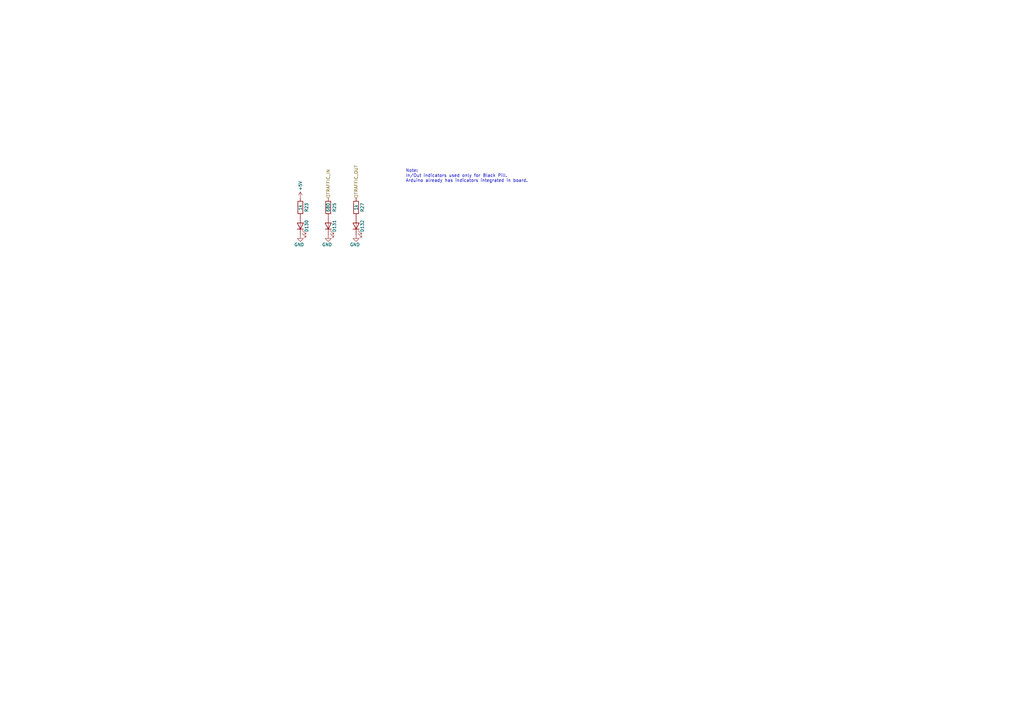
<source format=kicad_sch>
(kicad_sch (version 20211123) (generator eeschema)
  (paper "A3")
  (lib_symbols
    (symbol "Device:LED" (pin_numbers hide) (pin_names (offset 1.016) hide)
      (property "Reference" "D" (at 0 2.54 0))
      (property "Value" "LED" (at 0 -2.54 0))
      (symbol "LED_0_1"
        (polyline (pts (xy -1.27 -1.27) (xy -1.27 1.27)) (stroke (width 0.254)))
        (polyline (pts (xy -1.27 0) (xy 1.27 0)))
        (polyline (pts (xy 1.27 -1.27) (xy 1.27 1.27) (xy -1.27 0) (xy 1.27 -1.27)) (stroke (width 0.254)))
        (polyline (pts (xy -3.048 -0.762) (xy -4.572 -2.286) (xy -3.81 -2.286) (xy -4.572 -2.286) (xy -4.572 -1.524)))
        (polyline (pts (xy -1.778 -0.762) (xy -3.302 -2.286) (xy -2.54 -2.286) (xy -3.302 -2.286) (xy -3.302 -1.524)))
      )
      (symbol "LED_1_1"
        (pin passive line (at -3.81 0 0) (length 2.54) (name "K") (number "1"))
        (pin passive line (at 3.81 0 180) (length 2.54) (name "A") (number "2"))
      )
    )
    (symbol "Device:R" (pin_numbers hide) (pin_names (offset 0))
      (property "Reference" "R" (at 2.032 0 90))
      (property "Value" "R" (at 0 0 90))
      (symbol "R_0_1"
        (rectangle (start -1.016 -2.54) (end 1.016 2.54) (stroke (width 0.254)))
      )
      (symbol "R_1_1"
        (pin passive line (at 0 3.81 270) (length 1.27) (name "~") (number "1"))
        (pin passive line (at 0 -3.81 90) (length 1.27) (name "~") (number "2"))
      )
    )
    (symbol "power:+5V" (power) (pin_names (offset 0))
      (property "Value" "+5V" (at 0 3.556 0))
      (symbol "+5V_0_1"
        (polyline (pts (xy -0.762 1.27) (xy 0 2.54)))
        (polyline (pts (xy 0 0) (xy 0 2.54)))
        (polyline (pts (xy 0 2.54) (xy 0.762 1.27)))
      )
      (symbol "+5V_1_1"
        (pin power_in line (at 0 0 90) (length 0) hide (name "+5V") (number "1"))
      )
    )
    (symbol "power:GND" (power) (pin_names (offset 0))
      (property "Value" "GND" (at 0 -3.81 0))
      (symbol "GND_0_1"
        (polyline (pts (xy 0 0) (xy 0 -1.27) (xy 1.27 -1.27) (xy 0 -2.54) (xy -1.27 -1.27) (xy 0 -1.27)))
      )
      (symbol "GND_1_1"
        (pin power_in line (at 0 0 270) (length 0) hide (name "GND") (number "1"))
      )
    )
  )
  (text "Note:\nIn/Out indicators used only for Black Pill.\nArduino already has indicators integrated in board." (at 166.37 74.93 0) (effects (font (size 1.27 1.27)) (justify left bottom)))
  (hierarchical_label "TRAFFIC_IN" (shape input) (at 134.62 81.28 90))
  (hierarchical_label "TRAFFIC_OUT" (shape input) (at 146.05 81.28 90))
  (symbol (lib_id "power:GND") (at 146.05 96.52 0) (unit 1)
    (property "Reference" "#PWR0183" (effects hide))
    (property "Value" "GND" (at 143.51 100.33 0) (effects (justify left)))
  )
  (symbol (lib_id "Device:LED") (at 146.05 92.71 90) (unit 1)
    (property "Reference" "D132" (at 148.59 92.71 0))
    (property "Value" "Blue" (effects hide))
    (property "Footprint" "LED_SMD:LED_0805_2012Metric" (effects hide))
    (property "LCSC" "C84259" (effects hide))
  )
  (symbol (lib_id "Device:R") (at 146.05 85.09 0) (unit 1)
    (property "Reference" "R27" (at 148.59 85.09 90))
    (property "Value" "1k" (at 146.05 85.09 90))
    (property "Footprint" "Resistor_SMD:R_0402_1005Metric" (effects hide))
    (property "LCSC" "C11702" (effects hide))
  )
  (symbol (lib_id "power:+5V") (at 123.19 81.28 0) (mirror y) (unit 1)
    (property "Reference" "#PWR0179" (effects hide))
    (property "Value" "+5V" (at 123.19 76.2 90))
  )
  (symbol (lib_id "Device:LED") (at 134.62 92.71 90) (unit 1)
    (property "Reference" "D131" (at 137.16 92.71 0))
    (property "Value" "Green" (effects hide))
    (property "Footprint" "LED_SMD:LED_0805_2012Metric" (effects hide))
    (property "LCSC" "C142303" (effects hide))
  )
  (symbol (lib_id "Device:R") (at 134.62 85.09 0) (unit 1)
    (property "Reference" "R25" (at 137.16 85.09 90))
    (property "Value" "680" (at 134.62 85.09 90))
    (property "Footprint" "Resistor_SMD:R_0402_1005Metric" (effects hide))
    (property "LCSC" "C25130" (effects hide))
  )
  (symbol (lib_id "Device:LED") (at 123.19 92.71 90) (unit 1)
    (property "Reference" "D130" (at 125.73 92.71 0))
    (property "Value" "Red" (effects hide))
    (property "Footprint" "LED_SMD:LED_0805_2012Metric" (effects hide))
    (property "LCSC" "C84256" (effects hide))
  )
  (symbol (lib_id "power:GND") (at 134.62 96.52 0) (unit 1)
    (property "Reference" "#PWR0182" (effects hide))
    (property "Value" "GND" (at 132.08 100.33 0) (effects (justify left)))
  )
  (symbol (lib_id "Device:R") (at 123.19 85.09 0) (unit 1)
    (property "Reference" "R23" (at 125.73 85.09 90))
    (property "Value" "1k" (at 123.19 85.09 90))
    (property "Footprint" "Resistor_SMD:R_0402_1005Metric" (effects hide))
    (property "LCSC" "C11702" (effects hide))
  )
  (symbol (lib_id "power:GND") (at 123.19 96.52 0) (unit 1)
    (property "Reference" "#PWR0178" (effects hide))
    (property "Value" "GND" (at 120.65 100.33 0) (effects (justify left)))
  )
)
</source>
